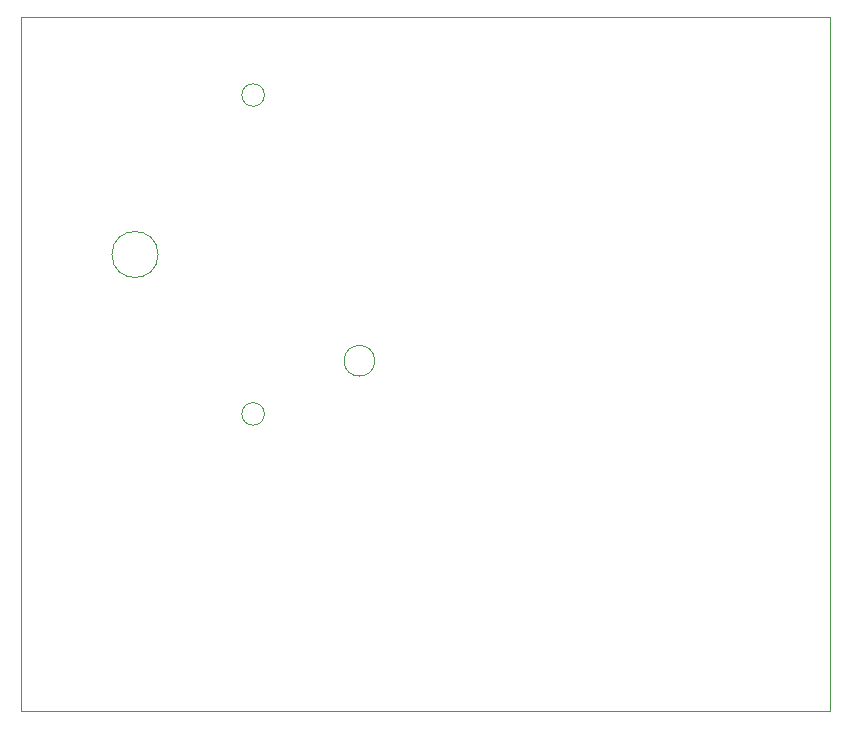
<source format=gbr>
%TF.GenerationSoftware,KiCad,Pcbnew,8.0.8*%
%TF.CreationDate,2025-02-12T17:19:00-08:00*%
%TF.ProjectId,Lab3v2,4c616233-7632-42e6-9b69-6361645f7063,V1*%
%TF.SameCoordinates,Original*%
%TF.FileFunction,Profile,NP*%
%FSLAX46Y46*%
G04 Gerber Fmt 4.6, Leading zero omitted, Abs format (unit mm)*
G04 Created by KiCad (PCBNEW 8.0.8) date 2025-02-12 17:19:00*
%MOMM*%
%LPD*%
G01*
G04 APERTURE LIST*
%TA.AperFunction,Profile*%
%ADD10C,0.050000*%
%TD*%
G04 APERTURE END LIST*
D10*
X103500000Y-67500000D02*
X172000000Y-67500000D01*
X172000000Y-126250000D01*
X103500000Y-126250000D01*
X103500000Y-67500000D01*
%TO.C,M1*%
X115140000Y-87570000D02*
G75*
G02*
X111240000Y-87570000I-1950000J0D01*
G01*
X111240000Y-87570000D02*
G75*
G02*
X115140000Y-87570000I1950000J0D01*
G01*
X124140000Y-74070000D02*
G75*
G02*
X122240000Y-74070000I-950000J0D01*
G01*
X122240000Y-74070000D02*
G75*
G02*
X124140000Y-74070000I950000J0D01*
G01*
X124140000Y-101070000D02*
G75*
G02*
X122240000Y-101070000I-950000J0D01*
G01*
X122240000Y-101070000D02*
G75*
G02*
X124140000Y-101070000I950000J0D01*
G01*
X133490000Y-96570000D02*
G75*
G02*
X130890000Y-96570000I-1300000J0D01*
G01*
X130890000Y-96570000D02*
G75*
G02*
X133490000Y-96570000I1300000J0D01*
G01*
%TD*%
M02*

</source>
